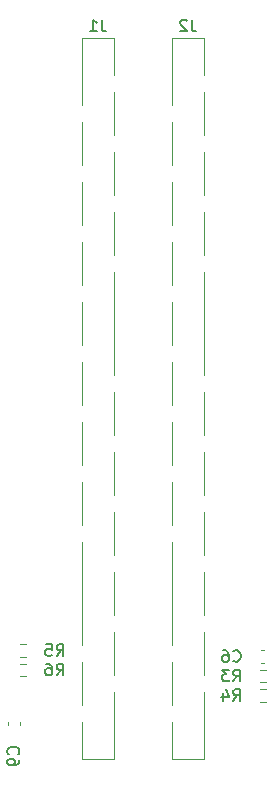
<source format=gbr>
%TF.GenerationSoftware,KiCad,Pcbnew,9.0.7-9.0.7~ubuntu25.10.1*%
%TF.CreationDate,2026-03-01T16:55:49+09:00*%
%TF.ProjectId,bionic-cp1610,62696f6e-6963-42d6-9370-313631302e6b,1*%
%TF.SameCoordinates,Original*%
%TF.FileFunction,Legend,Bot*%
%TF.FilePolarity,Positive*%
%FSLAX46Y46*%
G04 Gerber Fmt 4.6, Leading zero omitted, Abs format (unit mm)*
G04 Created by KiCad (PCBNEW 9.0.7-9.0.7~ubuntu25.10.1) date 2026-03-01 16:55:49*
%MOMM*%
%LPD*%
G01*
G04 APERTURE LIST*
%ADD10C,0.150000*%
%ADD11C,0.120000*%
G04 APERTURE END LIST*
D10*
X91301866Y-98435419D02*
X91635199Y-97959228D01*
X91873294Y-98435419D02*
X91873294Y-97435419D01*
X91873294Y-97435419D02*
X91492342Y-97435419D01*
X91492342Y-97435419D02*
X91397104Y-97483038D01*
X91397104Y-97483038D02*
X91349485Y-97530657D01*
X91349485Y-97530657D02*
X91301866Y-97625895D01*
X91301866Y-97625895D02*
X91301866Y-97768752D01*
X91301866Y-97768752D02*
X91349485Y-97863990D01*
X91349485Y-97863990D02*
X91397104Y-97911609D01*
X91397104Y-97911609D02*
X91492342Y-97959228D01*
X91492342Y-97959228D02*
X91873294Y-97959228D01*
X90444723Y-97435419D02*
X90635199Y-97435419D01*
X90635199Y-97435419D02*
X90730437Y-97483038D01*
X90730437Y-97483038D02*
X90778056Y-97530657D01*
X90778056Y-97530657D02*
X90873294Y-97673514D01*
X90873294Y-97673514D02*
X90920913Y-97863990D01*
X90920913Y-97863990D02*
X90920913Y-98244942D01*
X90920913Y-98244942D02*
X90873294Y-98340180D01*
X90873294Y-98340180D02*
X90825675Y-98387800D01*
X90825675Y-98387800D02*
X90730437Y-98435419D01*
X90730437Y-98435419D02*
X90539961Y-98435419D01*
X90539961Y-98435419D02*
X90444723Y-98387800D01*
X90444723Y-98387800D02*
X90397104Y-98340180D01*
X90397104Y-98340180D02*
X90349485Y-98244942D01*
X90349485Y-98244942D02*
X90349485Y-98006847D01*
X90349485Y-98006847D02*
X90397104Y-97911609D01*
X90397104Y-97911609D02*
X90444723Y-97863990D01*
X90444723Y-97863990D02*
X90539961Y-97816371D01*
X90539961Y-97816371D02*
X90730437Y-97816371D01*
X90730437Y-97816371D02*
X90825675Y-97863990D01*
X90825675Y-97863990D02*
X90873294Y-97911609D01*
X90873294Y-97911609D02*
X90920913Y-98006847D01*
X106262466Y-100594419D02*
X106595799Y-100118228D01*
X106833894Y-100594419D02*
X106833894Y-99594419D01*
X106833894Y-99594419D02*
X106452942Y-99594419D01*
X106452942Y-99594419D02*
X106357704Y-99642038D01*
X106357704Y-99642038D02*
X106310085Y-99689657D01*
X106310085Y-99689657D02*
X106262466Y-99784895D01*
X106262466Y-99784895D02*
X106262466Y-99927752D01*
X106262466Y-99927752D02*
X106310085Y-100022990D01*
X106310085Y-100022990D02*
X106357704Y-100070609D01*
X106357704Y-100070609D02*
X106452942Y-100118228D01*
X106452942Y-100118228D02*
X106833894Y-100118228D01*
X105405323Y-99927752D02*
X105405323Y-100594419D01*
X105643418Y-99546800D02*
X105881513Y-100261085D01*
X105881513Y-100261085D02*
X105262466Y-100261085D01*
X106262466Y-97197180D02*
X106310085Y-97244800D01*
X106310085Y-97244800D02*
X106452942Y-97292419D01*
X106452942Y-97292419D02*
X106548180Y-97292419D01*
X106548180Y-97292419D02*
X106691037Y-97244800D01*
X106691037Y-97244800D02*
X106786275Y-97149561D01*
X106786275Y-97149561D02*
X106833894Y-97054323D01*
X106833894Y-97054323D02*
X106881513Y-96863847D01*
X106881513Y-96863847D02*
X106881513Y-96720990D01*
X106881513Y-96720990D02*
X106833894Y-96530514D01*
X106833894Y-96530514D02*
X106786275Y-96435276D01*
X106786275Y-96435276D02*
X106691037Y-96340038D01*
X106691037Y-96340038D02*
X106548180Y-96292419D01*
X106548180Y-96292419D02*
X106452942Y-96292419D01*
X106452942Y-96292419D02*
X106310085Y-96340038D01*
X106310085Y-96340038D02*
X106262466Y-96387657D01*
X105405323Y-96292419D02*
X105595799Y-96292419D01*
X105595799Y-96292419D02*
X105691037Y-96340038D01*
X105691037Y-96340038D02*
X105738656Y-96387657D01*
X105738656Y-96387657D02*
X105833894Y-96530514D01*
X105833894Y-96530514D02*
X105881513Y-96720990D01*
X105881513Y-96720990D02*
X105881513Y-97101942D01*
X105881513Y-97101942D02*
X105833894Y-97197180D01*
X105833894Y-97197180D02*
X105786275Y-97244800D01*
X105786275Y-97244800D02*
X105691037Y-97292419D01*
X105691037Y-97292419D02*
X105500561Y-97292419D01*
X105500561Y-97292419D02*
X105405323Y-97244800D01*
X105405323Y-97244800D02*
X105357704Y-97197180D01*
X105357704Y-97197180D02*
X105310085Y-97101942D01*
X105310085Y-97101942D02*
X105310085Y-96863847D01*
X105310085Y-96863847D02*
X105357704Y-96768609D01*
X105357704Y-96768609D02*
X105405323Y-96720990D01*
X105405323Y-96720990D02*
X105500561Y-96673371D01*
X105500561Y-96673371D02*
X105691037Y-96673371D01*
X105691037Y-96673371D02*
X105786275Y-96720990D01*
X105786275Y-96720990D02*
X105833894Y-96768609D01*
X105833894Y-96768609D02*
X105881513Y-96863847D01*
X106262466Y-98943419D02*
X106595799Y-98467228D01*
X106833894Y-98943419D02*
X106833894Y-97943419D01*
X106833894Y-97943419D02*
X106452942Y-97943419D01*
X106452942Y-97943419D02*
X106357704Y-97991038D01*
X106357704Y-97991038D02*
X106310085Y-98038657D01*
X106310085Y-98038657D02*
X106262466Y-98133895D01*
X106262466Y-98133895D02*
X106262466Y-98276752D01*
X106262466Y-98276752D02*
X106310085Y-98371990D01*
X106310085Y-98371990D02*
X106357704Y-98419609D01*
X106357704Y-98419609D02*
X106452942Y-98467228D01*
X106452942Y-98467228D02*
X106833894Y-98467228D01*
X105929132Y-97943419D02*
X105310085Y-97943419D01*
X105310085Y-97943419D02*
X105643418Y-98324371D01*
X105643418Y-98324371D02*
X105500561Y-98324371D01*
X105500561Y-98324371D02*
X105405323Y-98371990D01*
X105405323Y-98371990D02*
X105357704Y-98419609D01*
X105357704Y-98419609D02*
X105310085Y-98514847D01*
X105310085Y-98514847D02*
X105310085Y-98752942D01*
X105310085Y-98752942D02*
X105357704Y-98848180D01*
X105357704Y-98848180D02*
X105405323Y-98895800D01*
X105405323Y-98895800D02*
X105500561Y-98943419D01*
X105500561Y-98943419D02*
X105786275Y-98943419D01*
X105786275Y-98943419D02*
X105881513Y-98895800D01*
X105881513Y-98895800D02*
X105929132Y-98848180D01*
X88040380Y-105104833D02*
X88088000Y-105057214D01*
X88088000Y-105057214D02*
X88135619Y-104914357D01*
X88135619Y-104914357D02*
X88135619Y-104819119D01*
X88135619Y-104819119D02*
X88088000Y-104676262D01*
X88088000Y-104676262D02*
X87992761Y-104581024D01*
X87992761Y-104581024D02*
X87897523Y-104533405D01*
X87897523Y-104533405D02*
X87707047Y-104485786D01*
X87707047Y-104485786D02*
X87564190Y-104485786D01*
X87564190Y-104485786D02*
X87373714Y-104533405D01*
X87373714Y-104533405D02*
X87278476Y-104581024D01*
X87278476Y-104581024D02*
X87183238Y-104676262D01*
X87183238Y-104676262D02*
X87135619Y-104819119D01*
X87135619Y-104819119D02*
X87135619Y-104914357D01*
X87135619Y-104914357D02*
X87183238Y-105057214D01*
X87183238Y-105057214D02*
X87230857Y-105104833D01*
X88135619Y-105581024D02*
X88135619Y-105771500D01*
X88135619Y-105771500D02*
X88088000Y-105866738D01*
X88088000Y-105866738D02*
X88040380Y-105914357D01*
X88040380Y-105914357D02*
X87897523Y-106009595D01*
X87897523Y-106009595D02*
X87707047Y-106057214D01*
X87707047Y-106057214D02*
X87326095Y-106057214D01*
X87326095Y-106057214D02*
X87230857Y-106009595D01*
X87230857Y-106009595D02*
X87183238Y-105961976D01*
X87183238Y-105961976D02*
X87135619Y-105866738D01*
X87135619Y-105866738D02*
X87135619Y-105676262D01*
X87135619Y-105676262D02*
X87183238Y-105581024D01*
X87183238Y-105581024D02*
X87230857Y-105533405D01*
X87230857Y-105533405D02*
X87326095Y-105485786D01*
X87326095Y-105485786D02*
X87564190Y-105485786D01*
X87564190Y-105485786D02*
X87659428Y-105533405D01*
X87659428Y-105533405D02*
X87707047Y-105581024D01*
X87707047Y-105581024D02*
X87754666Y-105676262D01*
X87754666Y-105676262D02*
X87754666Y-105866738D01*
X87754666Y-105866738D02*
X87707047Y-105961976D01*
X87707047Y-105961976D02*
X87659428Y-106009595D01*
X87659428Y-106009595D02*
X87564190Y-106057214D01*
X91299966Y-96784419D02*
X91633299Y-96308228D01*
X91871394Y-96784419D02*
X91871394Y-95784419D01*
X91871394Y-95784419D02*
X91490442Y-95784419D01*
X91490442Y-95784419D02*
X91395204Y-95832038D01*
X91395204Y-95832038D02*
X91347585Y-95879657D01*
X91347585Y-95879657D02*
X91299966Y-95974895D01*
X91299966Y-95974895D02*
X91299966Y-96117752D01*
X91299966Y-96117752D02*
X91347585Y-96212990D01*
X91347585Y-96212990D02*
X91395204Y-96260609D01*
X91395204Y-96260609D02*
X91490442Y-96308228D01*
X91490442Y-96308228D02*
X91871394Y-96308228D01*
X90395204Y-95784419D02*
X90871394Y-95784419D01*
X90871394Y-95784419D02*
X90919013Y-96260609D01*
X90919013Y-96260609D02*
X90871394Y-96212990D01*
X90871394Y-96212990D02*
X90776156Y-96165371D01*
X90776156Y-96165371D02*
X90538061Y-96165371D01*
X90538061Y-96165371D02*
X90442823Y-96212990D01*
X90442823Y-96212990D02*
X90395204Y-96260609D01*
X90395204Y-96260609D02*
X90347585Y-96355847D01*
X90347585Y-96355847D02*
X90347585Y-96593942D01*
X90347585Y-96593942D02*
X90395204Y-96689180D01*
X90395204Y-96689180D02*
X90442823Y-96736800D01*
X90442823Y-96736800D02*
X90538061Y-96784419D01*
X90538061Y-96784419D02*
X90776156Y-96784419D01*
X90776156Y-96784419D02*
X90871394Y-96736800D01*
X90871394Y-96736800D02*
X90919013Y-96689180D01*
X102746133Y-42908419D02*
X102746133Y-43622704D01*
X102746133Y-43622704D02*
X102793752Y-43765561D01*
X102793752Y-43765561D02*
X102888990Y-43860800D01*
X102888990Y-43860800D02*
X103031847Y-43908419D01*
X103031847Y-43908419D02*
X103127085Y-43908419D01*
X102317561Y-43003657D02*
X102269942Y-42956038D01*
X102269942Y-42956038D02*
X102174704Y-42908419D01*
X102174704Y-42908419D02*
X101936609Y-42908419D01*
X101936609Y-42908419D02*
X101841371Y-42956038D01*
X101841371Y-42956038D02*
X101793752Y-43003657D01*
X101793752Y-43003657D02*
X101746133Y-43098895D01*
X101746133Y-43098895D02*
X101746133Y-43194133D01*
X101746133Y-43194133D02*
X101793752Y-43336990D01*
X101793752Y-43336990D02*
X102365180Y-43908419D01*
X102365180Y-43908419D02*
X101746133Y-43908419D01*
X95126133Y-42908419D02*
X95126133Y-43622704D01*
X95126133Y-43622704D02*
X95173752Y-43765561D01*
X95173752Y-43765561D02*
X95268990Y-43860800D01*
X95268990Y-43860800D02*
X95411847Y-43908419D01*
X95411847Y-43908419D02*
X95507085Y-43908419D01*
X94126133Y-43908419D02*
X94697561Y-43908419D01*
X94411847Y-43908419D02*
X94411847Y-42908419D01*
X94411847Y-42908419D02*
X94507085Y-43051276D01*
X94507085Y-43051276D02*
X94602323Y-43146514D01*
X94602323Y-43146514D02*
X94697561Y-43194133D01*
D11*
%TO.C,R6*%
X88699424Y-97458100D02*
X88189976Y-97458100D01*
X88699424Y-98503100D02*
X88189976Y-98503100D01*
%TO.C,R4*%
X108484576Y-99617100D02*
X108994024Y-99617100D01*
X108484576Y-100662100D02*
X108994024Y-100662100D01*
%TO.C,C6*%
X108885567Y-96327600D02*
X108593033Y-96327600D01*
X108885567Y-97347600D02*
X108593033Y-97347600D01*
%TO.C,R3*%
X108994024Y-97966100D02*
X108484576Y-97966100D01*
X108994024Y-99011100D02*
X108484576Y-99011100D01*
%TO.C,C9*%
X87170800Y-102356633D02*
X87170800Y-102649167D01*
X88190800Y-102356633D02*
X88190800Y-102649167D01*
%TO.C,R5*%
X88188076Y-95807100D02*
X88697524Y-95807100D01*
X88188076Y-96852100D02*
X88697524Y-96852100D01*
%TO.C,J2*%
X101082800Y-44453600D02*
X101082800Y-45023600D01*
X101082800Y-44453600D02*
X103742800Y-44453600D01*
X101082800Y-45023600D02*
X101082800Y-50103600D01*
X101082800Y-51623600D02*
X101082800Y-55183600D01*
X101082800Y-56703600D02*
X101082800Y-60263600D01*
X101082800Y-61783600D02*
X101082800Y-65343600D01*
X101082800Y-66863600D02*
X101082800Y-70423600D01*
X101082800Y-71943600D02*
X101082800Y-75503600D01*
X101082800Y-77023600D02*
X101082800Y-80583600D01*
X101082800Y-82103600D02*
X101082800Y-85663600D01*
X101082800Y-87183600D02*
X101082800Y-92263600D01*
X101082800Y-92263600D02*
X101082800Y-95823600D01*
X101082800Y-97343600D02*
X101082800Y-100903600D01*
X101082800Y-102423600D02*
X101082800Y-105533600D01*
X101082800Y-105533600D02*
X103742800Y-105533600D01*
X103742800Y-44453600D02*
X103742800Y-47563600D01*
X103742800Y-49083600D02*
X103742800Y-52643600D01*
X103742800Y-54163600D02*
X103742800Y-57723600D01*
X103742800Y-59243600D02*
X103742800Y-62803600D01*
X103742800Y-64323600D02*
X103742800Y-69403600D01*
X103742800Y-69403600D02*
X103742800Y-72963600D01*
X103742800Y-74483600D02*
X103742800Y-78043600D01*
X103742800Y-79563600D02*
X103742800Y-83123600D01*
X103742800Y-84643600D02*
X103742800Y-88203600D01*
X103742800Y-89723600D02*
X103742800Y-93283600D01*
X103742800Y-94803600D02*
X103742800Y-98363600D01*
X103742800Y-99883600D02*
X103742800Y-104963600D01*
X103742800Y-104963600D02*
X103742800Y-105533600D01*
%TO.C,J1*%
X93462800Y-44453600D02*
X93462800Y-46543600D01*
X93462800Y-44453600D02*
X96122800Y-44453600D01*
X93462800Y-46543600D02*
X93462800Y-50103600D01*
X93462800Y-51623600D02*
X93462800Y-55183600D01*
X93462800Y-56703600D02*
X93462800Y-60263600D01*
X93462800Y-61783600D02*
X93462800Y-65343600D01*
X93462800Y-66863600D02*
X93462800Y-70423600D01*
X93462800Y-71943600D02*
X93462800Y-75503600D01*
X93462800Y-77023600D02*
X93462800Y-80583600D01*
X93462800Y-82103600D02*
X93462800Y-85663600D01*
X93462800Y-87183600D02*
X93462800Y-92263600D01*
X93462800Y-92263600D02*
X93462800Y-95823600D01*
X93462800Y-97343600D02*
X93462800Y-100903600D01*
X93462800Y-102423600D02*
X93462800Y-105533600D01*
X93462800Y-105533600D02*
X96122800Y-105533600D01*
X96122800Y-44453600D02*
X96122800Y-47563600D01*
X96122800Y-49083600D02*
X96122800Y-52643600D01*
X96122800Y-54163600D02*
X96122800Y-57723600D01*
X96122800Y-59243600D02*
X96122800Y-62803600D01*
X96122800Y-64323600D02*
X96122800Y-69403600D01*
X96122800Y-69403600D02*
X96122800Y-72963600D01*
X96122800Y-74483600D02*
X96122800Y-78043600D01*
X96122800Y-79563600D02*
X96122800Y-83123600D01*
X96122800Y-84643600D02*
X96122800Y-88203600D01*
X96122800Y-89723600D02*
X96122800Y-93283600D01*
X96122800Y-94803600D02*
X96122800Y-98363600D01*
X96122800Y-99883600D02*
X96122800Y-104963600D01*
X96122800Y-104963600D02*
X96122800Y-105533600D01*
%TD*%
M02*

</source>
